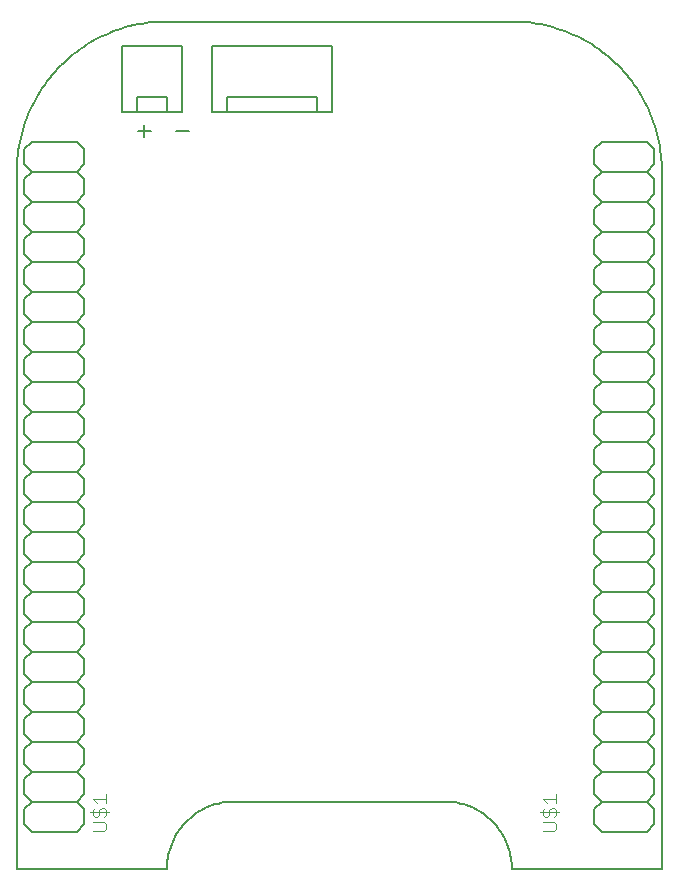
<source format=gto>
G75*
%MOIN*%
%OFA0B0*%
%FSLAX24Y24*%
%IPPOS*%
%LPD*%
%AMOC8*
5,1,8,0,0,1.08239X$1,22.5*
%
%ADD10C,0.0060*%
%ADD11C,0.0050*%
%ADD12C,0.0040*%
D10*
X001000Y007500D02*
X000750Y007750D01*
X000750Y008250D01*
X001000Y008500D01*
X002500Y008500D01*
X002750Y008750D01*
X002750Y009250D01*
X002500Y009500D01*
X001000Y009500D01*
X000750Y009750D01*
X000750Y010250D01*
X001000Y010500D01*
X002500Y010500D01*
X002750Y010750D01*
X002750Y011250D01*
X002500Y011500D01*
X001000Y011500D01*
X000750Y011750D01*
X000750Y012250D01*
X001000Y012500D01*
X002500Y012500D01*
X002750Y012750D01*
X002750Y013250D01*
X002500Y013500D01*
X001000Y013500D01*
X000750Y013750D01*
X000750Y014250D01*
X001000Y014500D01*
X002500Y014500D01*
X002750Y014250D01*
X002750Y013750D01*
X002500Y013500D01*
X002500Y012500D02*
X002750Y012250D01*
X002750Y011750D01*
X002500Y011500D01*
X002500Y010500D02*
X002750Y010250D01*
X002750Y009750D01*
X002500Y009500D01*
X002500Y008500D02*
X002750Y008250D01*
X002750Y007750D01*
X002500Y007500D01*
X001000Y007500D01*
X001000Y008500D02*
X000750Y008750D01*
X000750Y009250D01*
X001000Y009500D01*
X001000Y010500D02*
X000750Y010750D01*
X000750Y011250D01*
X001000Y011500D01*
X001000Y012500D02*
X000750Y012750D01*
X000750Y013250D01*
X001000Y013500D01*
X001000Y014500D02*
X000750Y014750D01*
X000750Y015250D01*
X001000Y015500D01*
X002500Y015500D01*
X002750Y015250D01*
X002750Y014750D01*
X002500Y014500D01*
X002500Y015500D02*
X002750Y015750D01*
X002750Y016250D01*
X002500Y016500D01*
X001000Y016500D01*
X000750Y016750D01*
X000750Y017250D01*
X001000Y017500D01*
X002500Y017500D01*
X002750Y017250D01*
X002750Y016750D01*
X002500Y016500D01*
X002500Y017500D02*
X002750Y017750D01*
X002750Y018250D01*
X002500Y018500D01*
X001000Y018500D01*
X000750Y018750D01*
X000750Y019250D01*
X001000Y019500D01*
X002500Y019500D01*
X002750Y019250D01*
X002750Y018750D01*
X002500Y018500D01*
X002500Y019500D02*
X002750Y019750D01*
X002750Y020250D01*
X002500Y020500D01*
X001000Y020500D01*
X000750Y020750D01*
X000750Y021250D01*
X001000Y021500D01*
X002500Y021500D01*
X002750Y021250D01*
X002750Y020750D01*
X002500Y020500D01*
X002500Y021500D02*
X002750Y021750D01*
X002750Y022250D01*
X002500Y022500D01*
X001000Y022500D01*
X000750Y022750D01*
X000750Y023250D01*
X001000Y023500D01*
X000750Y023750D01*
X000750Y024250D01*
X001000Y024500D01*
X000750Y024750D01*
X000750Y025250D01*
X001000Y025500D01*
X000750Y025750D01*
X000750Y026250D01*
X001000Y026500D01*
X000750Y026750D01*
X000750Y027250D01*
X001000Y027500D01*
X000750Y027750D01*
X000750Y028250D01*
X001000Y028500D01*
X000750Y028750D01*
X000750Y029250D01*
X001000Y029500D01*
X000750Y029750D01*
X000750Y030250D01*
X001000Y030500D01*
X002500Y030500D01*
X002750Y030250D01*
X002750Y029750D01*
X002500Y029500D01*
X001000Y029500D01*
X001000Y028500D02*
X002500Y028500D01*
X002750Y028750D01*
X002750Y029250D01*
X002500Y029500D01*
X002500Y028500D02*
X002750Y028250D01*
X002750Y027750D01*
X002500Y027500D01*
X001000Y027500D01*
X001000Y026500D02*
X002500Y026500D01*
X002750Y026750D01*
X002750Y027250D01*
X002500Y027500D01*
X002500Y026500D02*
X002750Y026250D01*
X002750Y025750D01*
X002500Y025500D01*
X001000Y025500D01*
X001000Y024500D02*
X002500Y024500D01*
X002750Y024750D01*
X002750Y025250D01*
X002500Y025500D01*
X002500Y024500D02*
X002750Y024250D01*
X002750Y023750D01*
X002500Y023500D01*
X001000Y023500D01*
X001000Y022500D02*
X000750Y022250D01*
X000750Y021750D01*
X001000Y021500D01*
X001000Y020500D02*
X000750Y020250D01*
X000750Y019750D01*
X001000Y019500D01*
X001000Y018500D02*
X000750Y018250D01*
X000750Y017750D01*
X001000Y017500D01*
X001000Y016500D02*
X000750Y016250D01*
X000750Y015750D01*
X001000Y015500D01*
X002500Y022500D02*
X002750Y022750D01*
X002750Y023250D01*
X002500Y023500D01*
X004744Y030637D02*
X004744Y031064D01*
X004957Y030850D02*
X004530Y030850D01*
X005819Y030850D02*
X006246Y030850D01*
X019750Y030250D02*
X019750Y029750D01*
X020000Y029500D01*
X021500Y029500D01*
X021750Y029750D01*
X021750Y030250D01*
X021500Y030500D01*
X020000Y030500D01*
X019750Y030250D01*
X020000Y029500D02*
X019750Y029250D01*
X019750Y028750D01*
X020000Y028500D01*
X021500Y028500D01*
X021750Y028750D01*
X021750Y029250D01*
X021500Y029500D01*
X021500Y028500D02*
X021750Y028250D01*
X021750Y027750D01*
X021500Y027500D01*
X020000Y027500D01*
X019750Y027750D01*
X019750Y028250D01*
X020000Y028500D01*
X020000Y027500D02*
X019750Y027250D01*
X019750Y026750D01*
X020000Y026500D01*
X021500Y026500D01*
X021750Y026750D01*
X021750Y027250D01*
X021500Y027500D01*
X021500Y026500D02*
X021750Y026250D01*
X021750Y025750D01*
X021500Y025500D01*
X020000Y025500D01*
X019750Y025750D01*
X019750Y026250D01*
X020000Y026500D01*
X020000Y025500D02*
X019750Y025250D01*
X019750Y024750D01*
X020000Y024500D01*
X021500Y024500D01*
X021750Y024750D01*
X021750Y025250D01*
X021500Y025500D01*
X021500Y024500D02*
X021750Y024250D01*
X021750Y023750D01*
X021500Y023500D01*
X020000Y023500D01*
X019750Y023750D01*
X019750Y024250D01*
X020000Y024500D01*
X020000Y023500D02*
X019750Y023250D01*
X019750Y022750D01*
X020000Y022500D01*
X021500Y022500D01*
X021750Y022250D01*
X021750Y021750D01*
X021500Y021500D01*
X020000Y021500D01*
X019750Y021750D01*
X019750Y022250D01*
X020000Y022500D01*
X020000Y021500D02*
X019750Y021250D01*
X019750Y020750D01*
X020000Y020500D01*
X021500Y020500D01*
X021750Y020250D01*
X021750Y019750D01*
X021500Y019500D01*
X020000Y019500D01*
X019750Y019750D01*
X019750Y020250D01*
X020000Y020500D01*
X020000Y019500D02*
X019750Y019250D01*
X019750Y018750D01*
X020000Y018500D01*
X021500Y018500D01*
X021750Y018250D01*
X021750Y017750D01*
X021500Y017500D01*
X020000Y017500D01*
X019750Y017750D01*
X019750Y018250D01*
X020000Y018500D01*
X020000Y017500D02*
X019750Y017250D01*
X019750Y016750D01*
X020000Y016500D01*
X021500Y016500D01*
X021750Y016250D01*
X021750Y015750D01*
X021500Y015500D01*
X020000Y015500D01*
X019750Y015750D01*
X019750Y016250D01*
X020000Y016500D01*
X020000Y015500D02*
X019750Y015250D01*
X019750Y014750D01*
X020000Y014500D01*
X021500Y014500D01*
X021750Y014250D01*
X021750Y013750D01*
X021500Y013500D01*
X020000Y013500D01*
X019750Y013750D01*
X019750Y014250D01*
X020000Y014500D01*
X020000Y013500D02*
X019750Y013250D01*
X019750Y012750D01*
X020000Y012500D01*
X021500Y012500D01*
X021750Y012750D01*
X021750Y013250D01*
X021500Y013500D01*
X021500Y012500D02*
X021750Y012250D01*
X021750Y011750D01*
X021500Y011500D01*
X020000Y011500D01*
X019750Y011750D01*
X019750Y012250D01*
X020000Y012500D01*
X020000Y011500D02*
X019750Y011250D01*
X019750Y010750D01*
X020000Y010500D01*
X021500Y010500D01*
X021750Y010750D01*
X021750Y011250D01*
X021500Y011500D01*
X021500Y010500D02*
X021750Y010250D01*
X021750Y009750D01*
X021500Y009500D01*
X020000Y009500D01*
X019750Y009750D01*
X019750Y010250D01*
X020000Y010500D01*
X020000Y009500D02*
X019750Y009250D01*
X019750Y008750D01*
X020000Y008500D01*
X021500Y008500D01*
X021750Y008750D01*
X021750Y009250D01*
X021500Y009500D01*
X021500Y008500D02*
X021750Y008250D01*
X021750Y007750D01*
X021500Y007500D01*
X020000Y007500D01*
X019750Y007750D01*
X019750Y008250D01*
X020000Y008500D01*
X021500Y014500D02*
X021750Y014750D01*
X021750Y015250D01*
X021500Y015500D01*
X021500Y016500D02*
X021750Y016750D01*
X021750Y017250D01*
X021500Y017500D01*
X021500Y018500D02*
X021750Y018750D01*
X021750Y019250D01*
X021500Y019500D01*
X021500Y020500D02*
X021750Y020750D01*
X021750Y021250D01*
X021500Y021500D01*
X021500Y022500D02*
X021750Y022750D01*
X021750Y023250D01*
X021500Y023500D01*
D11*
X005500Y006250D02*
X000500Y006250D01*
X000500Y029500D01*
X004000Y031500D02*
X004500Y031500D01*
X004500Y032000D01*
X005500Y032000D01*
X005500Y031500D01*
X004500Y031500D01*
X004000Y031500D02*
X004000Y033700D01*
X006000Y033700D01*
X006000Y031500D01*
X005500Y031500D01*
X005500Y034500D02*
X005360Y034498D01*
X005220Y034492D01*
X005080Y034482D01*
X004940Y034469D01*
X004801Y034451D01*
X004662Y034429D01*
X004525Y034404D01*
X004387Y034375D01*
X004251Y034342D01*
X004116Y034305D01*
X003982Y034264D01*
X003849Y034219D01*
X003717Y034171D01*
X003587Y034119D01*
X003458Y034064D01*
X003331Y034005D01*
X003205Y033942D01*
X003081Y033876D01*
X002960Y033807D01*
X002840Y033734D01*
X002722Y033657D01*
X002607Y033578D01*
X002493Y033495D01*
X002383Y033409D01*
X002274Y033320D01*
X002168Y033228D01*
X002065Y033133D01*
X001964Y033036D01*
X001867Y032935D01*
X001772Y032832D01*
X001680Y032726D01*
X001591Y032617D01*
X001505Y032507D01*
X001422Y032393D01*
X001343Y032278D01*
X001266Y032160D01*
X001193Y032040D01*
X001124Y031919D01*
X001058Y031795D01*
X000995Y031669D01*
X000936Y031542D01*
X000881Y031413D01*
X000829Y031283D01*
X000781Y031151D01*
X000736Y031018D01*
X000695Y030884D01*
X000658Y030749D01*
X000625Y030613D01*
X000596Y030475D01*
X000571Y030338D01*
X000549Y030199D01*
X000531Y030060D01*
X000518Y029920D01*
X000508Y029780D01*
X000502Y029640D01*
X000500Y029500D01*
X005500Y034500D02*
X017000Y034500D01*
X017140Y034498D01*
X017280Y034492D01*
X017420Y034482D01*
X017560Y034469D01*
X017699Y034451D01*
X017838Y034429D01*
X017975Y034404D01*
X018113Y034375D01*
X018249Y034342D01*
X018384Y034305D01*
X018518Y034264D01*
X018651Y034219D01*
X018783Y034171D01*
X018913Y034119D01*
X019042Y034064D01*
X019169Y034005D01*
X019295Y033942D01*
X019419Y033876D01*
X019540Y033807D01*
X019660Y033734D01*
X019778Y033657D01*
X019893Y033578D01*
X020007Y033495D01*
X020117Y033409D01*
X020226Y033320D01*
X020332Y033228D01*
X020435Y033133D01*
X020536Y033036D01*
X020633Y032935D01*
X020728Y032832D01*
X020820Y032726D01*
X020909Y032617D01*
X020995Y032507D01*
X021078Y032393D01*
X021157Y032278D01*
X021234Y032160D01*
X021307Y032040D01*
X021376Y031919D01*
X021442Y031795D01*
X021505Y031669D01*
X021564Y031542D01*
X021619Y031413D01*
X021671Y031283D01*
X021719Y031151D01*
X021764Y031018D01*
X021805Y030884D01*
X021842Y030749D01*
X021875Y030613D01*
X021904Y030475D01*
X021929Y030338D01*
X021951Y030199D01*
X021969Y030060D01*
X021982Y029920D01*
X021992Y029780D01*
X021998Y029640D01*
X022000Y029500D01*
X022000Y006250D01*
X017000Y006250D01*
X016998Y006343D01*
X016992Y006436D01*
X016983Y006528D01*
X016969Y006620D01*
X016952Y006712D01*
X016931Y006802D01*
X016906Y006892D01*
X016878Y006981D01*
X016846Y007068D01*
X016810Y007154D01*
X016771Y007238D01*
X016729Y007321D01*
X016683Y007402D01*
X016634Y007481D01*
X016581Y007557D01*
X016526Y007632D01*
X016467Y007704D01*
X016405Y007774D01*
X016341Y007841D01*
X016274Y007905D01*
X016204Y007967D01*
X016132Y008026D01*
X016057Y008081D01*
X015981Y008134D01*
X015902Y008183D01*
X015821Y008229D01*
X015738Y008271D01*
X015654Y008310D01*
X015568Y008346D01*
X015481Y008378D01*
X015392Y008406D01*
X015302Y008431D01*
X015212Y008452D01*
X015120Y008469D01*
X015028Y008483D01*
X014936Y008492D01*
X014843Y008498D01*
X014750Y008500D01*
X007750Y008500D01*
X007657Y008498D01*
X007564Y008492D01*
X007472Y008483D01*
X007380Y008469D01*
X007288Y008452D01*
X007198Y008431D01*
X007108Y008406D01*
X007019Y008378D01*
X006932Y008346D01*
X006846Y008310D01*
X006762Y008271D01*
X006679Y008229D01*
X006598Y008183D01*
X006519Y008134D01*
X006443Y008081D01*
X006368Y008026D01*
X006296Y007967D01*
X006226Y007905D01*
X006159Y007841D01*
X006095Y007774D01*
X006033Y007704D01*
X005974Y007632D01*
X005919Y007557D01*
X005866Y007481D01*
X005817Y007402D01*
X005771Y007321D01*
X005729Y007238D01*
X005690Y007154D01*
X005654Y007068D01*
X005622Y006981D01*
X005594Y006892D01*
X005569Y006802D01*
X005548Y006712D01*
X005531Y006620D01*
X005517Y006528D01*
X005508Y006436D01*
X005502Y006343D01*
X005500Y006250D01*
X007000Y031500D02*
X007500Y031500D01*
X007500Y032000D01*
X010500Y032000D01*
X010500Y031500D01*
X007500Y031500D01*
X007000Y031500D02*
X007000Y033700D01*
X011000Y033700D01*
X011000Y031500D01*
X010500Y031500D01*
D12*
X003480Y008748D02*
X003480Y008441D01*
X003480Y008594D02*
X003020Y008594D01*
X003173Y008441D01*
X003096Y008287D02*
X003020Y008211D01*
X003020Y008057D01*
X003096Y007980D01*
X003173Y007980D01*
X003250Y008057D01*
X003250Y008211D01*
X003327Y008287D01*
X003403Y008287D01*
X003480Y008211D01*
X003480Y008057D01*
X003403Y007980D01*
X003403Y007827D02*
X003020Y007827D01*
X003020Y007520D02*
X003403Y007520D01*
X003480Y007597D01*
X003480Y007750D01*
X003403Y007827D01*
X003557Y008134D02*
X002943Y008134D01*
X017943Y008134D02*
X018557Y008134D01*
X018480Y008211D02*
X018403Y008287D01*
X018327Y008287D01*
X018250Y008211D01*
X018250Y008057D01*
X018173Y007980D01*
X018096Y007980D01*
X018020Y008057D01*
X018020Y008211D01*
X018096Y008287D01*
X018173Y008441D02*
X018020Y008594D01*
X018480Y008594D01*
X018480Y008441D02*
X018480Y008748D01*
X018480Y008211D02*
X018480Y008057D01*
X018403Y007980D01*
X018403Y007827D02*
X018020Y007827D01*
X018020Y007520D02*
X018403Y007520D01*
X018480Y007597D01*
X018480Y007750D01*
X018403Y007827D01*
M02*

</source>
